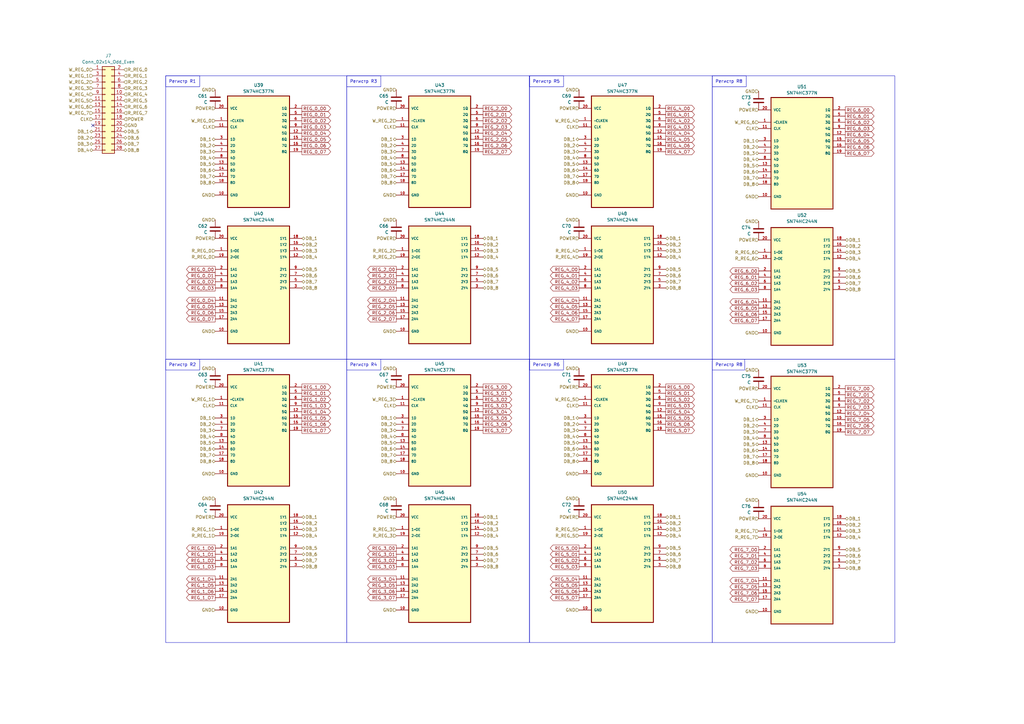
<source format=kicad_sch>
(kicad_sch (version 20230121) (generator eeschema)
  (paper "A3")
  (title_block (comment 1 "Схема электрическая принципиальная \\n Ячеек пользовательских регистров"))
  (no_connect (at 38.1 51.435))
  (rectangle (start 142.24 147.32) (end 217.17 263.525))
  (rectangle (start 67.945 31.115) (end 81.915 35.56))
  (rectangle (start 67.945 147.32) (end 81.915 151.765))
  (rectangle (start 217.17 147.32) (end 292.1 263.525))
  (rectangle (start 217.17 31.115) (end 292.1 147.32))
  (rectangle (start 292.1 31.115) (end 306.07 35.56))
  (rectangle (start 67.945 31.115) (end 142.24 147.32))
  (rectangle (start 142.24 147.32) (end 156.21 151.765))
  (rectangle (start 217.17 31.115) (end 231.14 35.56))
  (rectangle (start 292.1 147.32) (end 367.03 263.525))
  (rectangle (start 292.1 31.115) (end 367.03 147.32))
  (rectangle (start 142.24 31.115) (end 217.17 147.32))
  (rectangle (start 67.945 147.32) (end 142.24 263.525))
  (rectangle (start 292.1 147.32) (end 305.435 151.765))
  (rectangle (start 217.17 147.32) (end 231.14 151.765))
  (rectangle (start 142.24 31.115) (end 156.21 35.56))
  (text "Регистр R8\n" (at 293.37 34.29 0) (effects (font (size 1.27 1.27)) (justify left bottom)))
  (text "Регистр R1" (at 69.215 34.29 0) (effects (font (size 1.27 1.27)) (justify left bottom)))
  (text "Регистр R3" (at 143.51 34.29 0) (effects (font (size 1.27 1.27)) (justify left bottom)))
  (text "Регистр R6\n" (at 218.44 150.495 0) (effects (font (size 1.27 1.27)) (justify left bottom)))
  (text "Регистр R8" (at 293.37 150.495 0) (effects (font (size 1.27 1.27)) (justify left bottom)))
  (text "Регистр R5" (at 218.44 34.29 0) (effects (font (size 1.27 1.27)) (justify left bottom)))
  (text "Регистр R2" (at 69.215 150.495 0) (effects (font (size 1.27 1.27)) (justify left bottom)))
  (text "Регистр R4" (at 143.51 150.495 0) (effects (font (size 1.27 1.27)) (justify left bottom)))
  (global_label "REG_5_O4" (shape output) (at 273.05 168.91 0) (property "Intersheetrefs" "${INTERSHEET_REFS}" (effects hide)))
  (global_label "REG_6_O5" (shape output) (at 311.15 126.365 180) (property "Intersheetrefs" "${INTERSHEET_REFS}" (effects hide)))
  (global_label "REG_6_O4" (shape output) (at 346.71 55.245 0) (property "Intersheetrefs" "${INTERSHEET_REFS}" (effects hide)))
  (global_label "REG_6_O2" (shape output) (at 346.71 50.165 0) (property "Intersheetrefs" "${INTERSHEET_REFS}" (effects hide)))
  (global_label "REG_6_O7" (shape output) (at 346.71 62.865 0) (property "Intersheetrefs" "${INTERSHEET_REFS}" (effects hide)))
  (global_label "REG_3_O5" (shape output) (at 198.12 171.45 0) (property "Intersheetrefs" "${INTERSHEET_REFS}" (effects hide)))
  (global_label "REG_7_O2" (shape output) (at 311.15 230.505 180) (property "Intersheetrefs" "${INTERSHEET_REFS}" (effects hide)))
  (global_label "REG_3_O6" (shape output) (at 162.56 242.57 180) (property "Intersheetrefs" "${INTERSHEET_REFS}" (effects hide)))
  (global_label "REG_0_O3" (shape output) (at 123.825 52.07 0) (property "Intersheetrefs" "${INTERSHEET_REFS}" (effects hide)))
  (global_label "REG_6_O3" (shape output) (at 346.71 52.705 0) (property "Intersheetrefs" "${INTERSHEET_REFS}" (effects hide)))
  (global_label "REG_2_O1" (shape output) (at 162.56 113.03 180) (property "Intersheetrefs" "${INTERSHEET_REFS}" (effects hide)))
  (global_label "REG_4_O5" (shape output) (at 237.49 125.73 180) (property "Intersheetrefs" "${INTERSHEET_REFS}" (effects hide)))
  (global_label "REG_5_O4" (shape output) (at 237.49 237.49 180) (property "Intersheetrefs" "${INTERSHEET_REFS}" (effects hide)))
  (global_label "REG_7_O7" (shape output) (at 311.15 245.745 180) (property "Intersheetrefs" "${INTERSHEET_REFS}" (effects hide)))
  (global_label "REG_4_O0" (shape output) (at 273.05 44.45 0) (property "Intersheetrefs" "${INTERSHEET_REFS}" (effects hide)))
  (global_label "REG_1_O3" (shape output) (at 88.265 232.41 180) (property "Intersheetrefs" "${INTERSHEET_REFS}" (effects hide)))
  (global_label "REG_5_O3" (shape output) (at 273.05 166.37 0) (property "Intersheetrefs" "${INTERSHEET_REFS}" (effects hide)))
  (global_label "REG_7_O7" (shape output) (at 346.71 177.165 0) (property "Intersheetrefs" "${INTERSHEET_REFS}" (effects hide)))
  (global_label "REG_3_O0" (shape output) (at 162.56 224.79 180) (property "Intersheetrefs" "${INTERSHEET_REFS}" (effects hide)))
  (global_label "REG_0_O0" (shape output) (at 123.825 44.45 0) (property "Intersheetrefs" "${INTERSHEET_REFS}" (effects hide)))
  (global_label "REG_7_O5" (shape output) (at 346.71 172.085 0) (property "Intersheetrefs" "${INTERSHEET_REFS}" (effects hide)))
  (global_label "REG_3_O5" (shape output) (at 162.56 240.03 180) (property "Intersheetrefs" "${INTERSHEET_REFS}" (effects hide)))
  (global_label "REG_7_O3" (shape output) (at 311.15 233.045 180) (property "Intersheetrefs" "${INTERSHEET_REFS}" (effects hide)))
  (global_label "REG_5_O1" (shape output) (at 237.49 227.33 180) (property "Intersheetrefs" "${INTERSHEET_REFS}" (effects hide)))
  (global_label "REG_1_O6" (shape output) (at 123.825 173.99 0) (property "Intersheetrefs" "${INTERSHEET_REFS}" (effects hide)))
  (global_label "REG_5_O7" (shape output) (at 273.05 176.53 0) (property "Intersheetrefs" "${INTERSHEET_REFS}" (effects hide)))
  (global_label "REG_2_O1" (shape output) (at 198.12 46.99 0) (property "Intersheetrefs" "${INTERSHEET_REFS}" (effects hide)))
  (global_label "REG_6_O5" (shape output) (at 346.71 57.785 0) (property "Intersheetrefs" "${INTERSHEET_REFS}" (effects hide)))
  (global_label "REG_3_O2" (shape output) (at 162.56 229.87 180) (property "Intersheetrefs" "${INTERSHEET_REFS}" (effects hide)))
  (global_label "REG_1_O4" (shape output) (at 88.265 237.49 180) (property "Intersheetrefs" "${INTERSHEET_REFS}" (effects hide)))
  (global_label "REG_2_O3" (shape output) (at 162.56 118.11 180) (property "Intersheetrefs" "${INTERSHEET_REFS}" (effects hide)))
  (global_label "REG_4_O3" (shape output) (at 273.05 52.07 0) (property "Intersheetrefs" "${INTERSHEET_REFS}" (effects hide)))
  (global_label "REG_4_O2" (shape output) (at 273.05 49.53 0) (property "Intersheetrefs" "${INTERSHEET_REFS}" (effects hide)))
  (global_label "REG_1_O1" (shape output) (at 123.825 161.29 0) (property "Intersheetrefs" "${INTERSHEET_REFS}" (effects hide)))
  (global_label "REG_5_O3" (shape output) (at 237.49 232.41 180) (property "Intersheetrefs" "${INTERSHEET_REFS}" (effects hide)))
  (global_label "REG_4_O7" (shape output) (at 237.49 130.81 180) (property "Intersheetrefs" "${INTERSHEET_REFS}" (effects hide)))
  (global_label "REG_3_O1" (shape output) (at 198.12 161.29 0) (property "Intersheetrefs" "${INTERSHEET_REFS}" (effects hide)))
  (global_label "REG_1_O7" (shape output) (at 88.265 245.11 180) (property "Intersheetrefs" "${INTERSHEET_REFS}" (effects hide)))
  (global_label "REG_7_O6" (shape output) (at 311.15 243.205 180) (property "Intersheetrefs" "${INTERSHEET_REFS}" (effects hide)))
  (global_label "REG_3_O4" (shape output) (at 162.56 237.49 180) (property "Intersheetrefs" "${INTERSHEET_REFS}" (effects hide)))
  (global_label "REG_0_O4" (shape output) (at 123.825 54.61 0) (property "Intersheetrefs" "${INTERSHEET_REFS}" (effects hide)))
  (global_label "REG_2_O2" (shape output) (at 162.56 115.57 180) (property "Intersheetrefs" "${INTERSHEET_REFS}" (effects hide)))
  (global_label "REG_2_O5" (shape output) (at 198.12 57.15 0) (property "Intersheetrefs" "${INTERSHEET_REFS}" (effects hide)))
  (global_label "REG_4_O4" (shape output) (at 273.05 54.61 0) (property "Intersheetrefs" "${INTERSHEET_REFS}" (effects hide)))
  (global_label "REG_7_O3" (shape output) (at 346.71 167.005 0) (property "Intersheetrefs" "${INTERSHEET_REFS}" (effects hide)))
  (global_label "REG_6_O1" (shape output) (at 311.15 113.665 180) (property "Intersheetrefs" "${INTERSHEET_REFS}" (effects hide)))
  (global_label "REG_1_O0" (shape output) (at 123.825 158.75 0) (property "Intersheetrefs" "${INTERSHEET_REFS}" (effects hide)))
  (global_label "REG_7_O1" (shape output) (at 311.15 227.965 180) (property "Intersheetrefs" "${INTERSHEET_REFS}" (effects hide)))
  (global_label "REG_4_O6" (shape output) (at 237.49 128.27 180) (property "Intersheetrefs" "${INTERSHEET_REFS}" (effects hide)))
  (global_label "REG_0_O1" (shape output) (at 123.825 46.99 0) (property "Intersheetrefs" "${INTERSHEET_REFS}" (effects hide)))
  (global_label "REG_1_O2" (shape output) (at 88.265 229.87 180) (property "Intersheetrefs" "${INTERSHEET_REFS}" (effects hide)))
  (global_label "REG_3_O1" (shape output) (at 162.56 227.33 180) (property "Intersheetrefs" "${INTERSHEET_REFS}" (effects hide)))
  (global_label "REG_4_O1" (shape output) (at 237.49 113.03 180) (property "Intersheetrefs" "${INTERSHEET_REFS}" (effects hide)))
  (global_label "REG_0_O7" (shape output) (at 123.825 62.23 0) (property "Intersheetrefs" "${INTERSHEET_REFS}" (effects hide)))
  (global_label "REG_2_O4" (shape output) (at 198.12 54.61 0) (property "Intersheetrefs" "${INTERSHEET_REFS}" (effects hide)))
  (global_label "REG_2_O7" (shape output) (at 198.12 62.23 0) (property "Intersheetrefs" "${INTERSHEET_REFS}" (effects hide)))
  (global_label "REG_4_O3" (shape output) (at 237.49 118.11 180) (property "Intersheetrefs" "${INTERSHEET_REFS}" (effects hide)))
  (global_label "REG_4_O2" (shape output) (at 237.49 115.57 180) (property "Intersheetrefs" "${INTERSHEET_REFS}" (effects hide)))
  (global_label "REG_5_O6" (shape output) (at 273.05 173.99 0) (property "Intersheetrefs" "${INTERSHEET_REFS}" (effects hide)))
  (global_label "REG_7_O2" (shape output) (at 346.71 164.465 0) (property "Intersheetrefs" "${INTERSHEET_REFS}" (effects hide)))
  (global_label "REG_5_O2" (shape output) (at 273.05 163.83 0) (property "Intersheetrefs" "${INTERSHEET_REFS}" (effects hide)))
  (global_label "REG_2_O5" (shape output) (at 162.56 125.73 180) (property "Intersheetrefs" "${INTERSHEET_REFS}" (effects hide)))
  (global_label "REG_6_O7" (shape output) (at 311.15 131.445 180) (property "Intersheetrefs" "${INTERSHEET_REFS}" (effects hide)))
  (global_label "REG_7_O5" (shape output) (at 311.15 240.665 180) (property "Intersheetrefs" "${INTERSHEET_REFS}" (effects hide)))
  (global_label "REG_7_O0" (shape output) (at 311.15 225.425 180) (property "Intersheetrefs" "${INTERSHEET_REFS}" (effects hide)))
  (global_label "REG_2_O3" (shape output) (at 198.12 52.07 0) (property "Intersheetrefs" "${INTERSHEET_REFS}" (effects hide)))
  (global_label "REG_1_O5" (shape output) (at 123.825 171.45 0) (property "Intersheetrefs" "${INTERSHEET_REFS}" (effects hide)))
  (global_label "REG_5_O2" (shape output) (at 237.49 229.87 180) (property "Intersheetrefs" "${INTERSHEET_REFS}" (effects hide)))
  (global_label "REG_1_O4" (shape output) (at 123.825 168.91 0) (property "Intersheetrefs" "${INTERSHEET_REFS}" (effects hide)))
  (global_label "REG_4_O6" (shape output) (at 273.05 59.69 0) (property "Intersheetrefs" "${INTERSHEET_REFS}" (effects hide)))
  (global_label "REG_7_O4" (shape output) (at 311.15 238.125 180) (property "Intersheetrefs" "${INTERSHEET_REFS}" (effects hide)))
  (global_label "REG_7_O6" (shape output) (at 346.71 174.625 0) (property "Intersheetrefs" "${INTERSHEET_REFS}" (effects hide)))
  (global_label "REG_6_O6" (shape output) (at 311.15 128.905 180) (property "Intersheetrefs" "${INTERSHEET_REFS}" (effects hide)))
  (global_label "REG_5_O6" (shape output) (at 237.49 242.57 180) (property "Intersheetrefs" "${INTERSHEET_REFS}" (effects hide)))
  (global_label "REG_0_O1" (shape output) (at 88.265 113.03 180) (property "Intersheetrefs" "${INTERSHEET_REFS}" (effects hide)))
  (global_label "REG_1_O1" (shape output) (at 88.265 227.33 180) (property "Intersheetrefs" "${INTERSHEET_REFS}" (effects hide)))
  (global_label "REG_5_O1" (shape output) (at 273.05 161.29 0) (property "Intersheetrefs" "${INTERSHEET_REFS}" (effects hide)))
  (global_label "REG_5_O7" (shape output) (at 237.49 245.11 180) (property "Intersheetrefs" "${INTERSHEET_REFS}" (effects hide)))
  (global_label "REG_0_O5" (shape output) (at 123.825 57.15 0) (property "Intersheetrefs" "${INTERSHEET_REFS}" (effects hide)))
  (global_label "REG_0_O4" (shape output) (at 88.265 123.19 180) (property "Intersheetrefs" "${INTERSHEET_REFS}" (effects hide)))
  (global_label "REG_0_O0" (shape output) (at 88.265 110.49 180) (property "Intersheetrefs" "${INTERSHEET_REFS}" (effects hide)))
  (global_label "REG_2_O0" (shape output) (at 162.56 110.49 180) (property "Intersheetrefs" "${INTERSHEET_REFS}" (effects hide)))
  (global_label "REG_3_O6" (shape output) (at 198.12 173.99 0) (property "Intersheetrefs" "${INTERSHEET_REFS}" (effects hide)))
  (global_label "REG_0_O7" (shape output) (at 88.265 130.81 180) (property "Intersheetrefs" "${INTERSHEET_REFS}" (effects hide)))
  (global_label "REG_5_O0" (shape output) (at 237.49 224.79 180) (property "Intersheetrefs" "${INTERSHEET_REFS}" (effects hide)))
  (global_label "REG_0_O2" (shape output) (at 88.265 115.57 180) (property "Intersheetrefs" "${INTERSHEET_REFS}" (effects hide)))
  (global_label "REG_1_O0" (shape output) (at 88.265 224.79 180) (property "Intersheetrefs" "${INTERSHEET_REFS}" (effects hide)))
  (global_label "REG_4_O4" (shape output) (at 237.49 123.19 180) (property "Intersheetrefs" "${INTERSHEET_REFS}" (effects hide)))
  (global_label "REG_5_O5" (shape output) (at 237.49 240.03 180) (property "Intersheetrefs" "${INTERSHEET_REFS}" (effects hide)))
  (global_label "REG_7_O1" (shape output) (at 346.71 161.925 0) (property "Intersheetrefs" "${INTERSHEET_REFS}" (effects hide)))
  (global_label "REG_7_O0" (shape output) (at 346.71 159.385 0) (property "Intersheetrefs" "${INTERSHEET_REFS}" (effects hide)))
  (global_label "REG_0_O6" (shape output) (at 88.265 128.27 180) (property "Intersheetrefs" "${INTERSHEET_REFS}" (effects hide)))
  (global_label "REG_6_O2" (shape output) (at 311.15 116.205 180) (property "Intersheetrefs" "${INTERSHEET_REFS}" (effects hide)))
  (global_label "REG_3_O2" (shape output) (at 198.12 163.83 0) (property "Intersheetrefs" "${INTERSHEET_REFS}" (effects hide)))
  (global_label "REG_6_O4" (shape output) (at 311.15 123.825 180) (property "Intersheetrefs" "${INTERSHEET_REFS}" (effects hide)))
  (global_label "REG_6_O0" (shape output) (at 311.15 111.125 180) (property "Intersheetrefs" "${INTERSHEET_REFS}" (effects hide)))
  (global_label "REG_4_O7" (shape output) (at 273.05 62.23 0) (property "Intersheetrefs" "${INTERSHEET_REFS}" (effects hide)))
  (global_label "REG_0_O2" (shape output) (at 123.825 49.53 0) (property "Intersheetrefs" "${INTERSHEET_REFS}" (effects hide)))
  (global_label "REG_4_O1" (shape output) (at 273.05 46.99 0) (property "Intersheetrefs" "${INTERSHEET_REFS}" (effects hide)))
  (global_label "REG_1_O3" (shape output) (at 123.825 166.37 0) (property "Intersheetrefs" "${INTERSHEET_REFS}" (effects hide)))
  (global_label "REG_0_O6" (shape output) (at 123.825 59.69 0) (property "Intersheetrefs" "${INTERSHEET_REFS}" (effects hide)))
  (global_label "REG_2_O6" (shape output) (at 162.56 128.27 180) (property "Intersheetrefs" "${INTERSHEET_REFS}" (effects hide)))
  (global_label "REG_3_O4" (shape output) (at 198.12 168.91 0) (property "Intersheetrefs" "${INTERSHEET_REFS}" (effects hide)))
  (global_label "REG_2_O2" (shape output) (at 198.12 49.53 0) (property "Intersheetrefs" "${INTERSHEET_REFS}" (effects hide)))
  (global_label "REG_7_O4" (shape output) (at 346.71 169.545 0) (property "Intersheetrefs" "${INTERSHEET_REFS}" (effects hide)))
  (global_label "REG_6_O6" (shape output) (at 346.71 60.325 0) (property "Intersheetrefs" "${INTERSHEET_REFS}" (effects hide)))
  (global_label "REG_1_O5" (shape output) (at 88.265 240.03 180) (property "Intersheetrefs" "${INTERSHEET_REFS}" (effects hide)))
  (global_label "REG_0_O3" (shape output) (at 88.265 118.11 180) (property "Intersheetrefs" "${INTERSHEET_REFS}" (effects hide)))
  (global_label "REG_4_O0" (shape output) (at 237.49 110.49 180) (property "Intersheetrefs" "${INTERSHEET_REFS}" (effects hide)))
  (global_label "REG_0_O5" (shape output) (at 88.265 125.73 180) (property "Intersheetrefs" "${INTERSHEET_REFS}" (effects hide)))
  (global_label "REG_2_O0" (shape output) (at 198.12 44.45 0) (property "Intersheetrefs" "${INTERSHEET_REFS}" (effects hide)))
  (global_label "REG_2_O7" (shape output) (at 162.56 130.81 180) (property "Intersheetrefs" "${INTERSHEET_REFS}" (effects hide)))
  (global_label "REG_4_O5" (shape output) (at 273.05 57.15 0) (property "Intersheetrefs" "${INTERSHEET_REFS}" (effects hide)))
  (global_label "REG_6_O1" (shape output) (at 346.71 47.625 0) (property "Intersheetrefs" "${INTERSHEET_REFS}" (effects hide)))
  (global_label "REG_1_O6" (shape output) (at 88.265 242.57 180) (property "Intersheetrefs" "${INTERSHEET_REFS}" (effects hide)))
  (global_label "REG_5_O5" (shape output) (at 273.05 171.45 0) (property "Intersheetrefs" "${INTERSHEET_REFS}" (effects hide)))
  (global_label "REG_1_O7" (shape output) (at 123.825 176.53 0) (property "Intersheetrefs" "${INTERSHEET_REFS}" (effects hide)))
  (global_label "REG_3_O3" (shape output) (at 162.56 232.41 180) (property "Intersheetrefs" "${INTERSHEET_REFS}" (effects hide)))
  (global_label "REG_2_O4" (shape output) (at 162.56 123.19 180) (property "Intersheetrefs" "${INTERSHEET_REFS}" (effects hide)))
  (global_label "REG_6_O0" (shape output) (at 346.71 45.085 0) (property "Intersheetrefs" "${INTERSHEET_REFS}" (effects hide)))
  (global_label "REG_2_O6" (shape output) (at 198.12 59.69 0) (property "Intersheetrefs" "${INTERSHEET_REFS}" (effects hide)))
  (global_label "REG_3_O7" (shape output) (at 198.12 176.53 0) (property "Intersheetrefs" "${INTERSHEET_REFS}" (effects hide)))
  (global_label "REG_3_O0" (shape output) (at 198.12 158.75 0) (property "Intersheetrefs" "${INTERSHEET_REFS}" (effects hide)))
  (global_label "REG_6_O3" (shape output) (at 311.15 118.745 180) (property "Intersheetrefs" "${INTERSHEET_REFS}" (effects hide)))
  (global_label "REG_3_O7" (shape output) (at 162.56 245.11 180) (property "Intersheetrefs" "${INTERSHEET_REFS}" (effects hide)))
  (global_label "REG_5_O0" (shape output) (at 273.05 158.75 0) (property "Intersheetrefs" "${INTERSHEET_REFS}" (effects hide)))
  (global_label "REG_3_O3" (shape output) (at 198.12 166.37 0) (property "Intersheetrefs" "${INTERSHEET_REFS}" (effects hide)))
  (global_label "REG_1_O2" (shape output) (at 123.825 163.83 0) (property "Intersheetrefs" "${INTERSHEET_REFS}" (effects hide)))
  (hierarchical_label "W_REG_1" (shape input) (at 88.265 163.83 180))
  (hierarchical_label "DB_8" (shape bidirectional) (at 198.12 118.11 0))
  (hierarchical_label "GND" (shape input) (at 311.15 136.525 180))
  (hierarchical_label "DB_6" (shape bidirectional) (at 198.12 113.03 0))
  (hierarchical_label "GND" (shape input) (at 237.49 250.19 180))
  (hierarchical_label "POWER" (shape input) (at 50.8 48.895 0))
  (hierarchical_label "POWER" (shape input) (at 311.15 159.385 180))
  (hierarchical_label "DB_7" (shape bidirectional) (at 162.56 186.69 180))
  (hierarchical_label "DB_6" (shape bidirectional) (at 198.12 227.33 0))
  (hierarchical_label "DB_3" (shape bidirectional) (at 237.49 62.23 180))
  (hierarchical_label "POWER" (shape input) (at 237.49 97.79 180))
  (hierarchical_label "DB_3" (shape bidirectional) (at 38.1 59.055 180))
  (hierarchical_label "GND" (shape input) (at 88.265 250.19 180))
  (hierarchical_label "DB_4" (shape bidirectional) (at 198.12 105.41 0))
  (hierarchical_label "DB_6" (shape bidirectional) (at 162.56 184.15 180))
  (hierarchical_label "DB_4" (shape bidirectional) (at 162.56 64.77 180))
  (hierarchical_label "CLK" (shape input) (at 88.265 52.07 180))
  (hierarchical_label "W_REG_3" (shape input) (at 162.56 163.83 180))
  (hierarchical_label "DB_3" (shape bidirectional) (at 88.265 62.23 180))
  (hierarchical_label "GND" (shape input) (at 237.49 194.31 180))
  (hierarchical_label "GND" (shape input) (at 311.15 194.945 180))
  (hierarchical_label "W_REG_5" (shape input) (at 237.49 163.83 180))
  (hierarchical_label "DB_7" (shape bidirectional) (at 198.12 229.87 0))
  (hierarchical_label "GND" (shape input) (at 88.265 151.13 180))
  (hierarchical_label "DB_8" (shape bidirectional) (at 237.49 74.93 180))
  (hierarchical_label "DB_3" (shape bidirectional) (at 123.825 217.17 0))
  (hierarchical_label "DB_6" (shape bidirectional) (at 237.49 69.85 180))
  (hierarchical_label "DB_7" (shape bidirectional) (at 346.71 116.205 0))
  (hierarchical_label "GND" (shape input) (at 311.15 205.105 180))
  (hierarchical_label "DB_1" (shape bidirectional) (at 273.05 97.79 0))
  (hierarchical_label "CLK" (shape input) (at 237.49 52.07 180))
  (hierarchical_label "CLK" (shape input) (at 311.15 167.005 180))
  (hierarchical_label "R_REG_4" (shape input) (at 237.49 105.41 180))
  (hierarchical_label "DB_6" (shape bidirectional) (at 50.8 56.515 0))
  (hierarchical_label "GND" (shape input) (at 237.49 151.13 180))
  (hierarchical_label "DB_5" (shape bidirectional) (at 88.265 67.31 180))
  (hierarchical_label "CLK" (shape input) (at 38.1 48.895 180))
  (hierarchical_label "GND" (shape input) (at 311.15 151.765 180))
  (hierarchical_label "DB_8" (shape bidirectional) (at 237.49 189.23 180))
  (hierarchical_label "DB_3" (shape bidirectional) (at 162.56 176.53 180))
  (hierarchical_label "R_REG_1" (shape input) (at 88.265 217.17 180))
  (hierarchical_label "DB_5" (shape bidirectional) (at 311.15 182.245 180))
  (hierarchical_label "W_REG_2" (shape input) (at 38.1 33.655 180))
  (hierarchical_label "DB_2" (shape bidirectional) (at 346.71 215.265 0))
  (hierarchical_label "DB_6" (shape bidirectional) (at 88.265 69.85 180))
  (hierarchical_label "GND" (shape input) (at 237.49 80.01 180))
  (hierarchical_label "DB_6" (shape bidirectional) (at 311.15 184.785 180))
  (hierarchical_label "R_REG_2" (shape input) (at 162.56 105.41 180))
  (hierarchical_label "DB_7" (shape bidirectional) (at 346.71 230.505 0))
  (hierarchical_label "DB_1" (shape bidirectional) (at 346.71 212.725 0))
  (hierarchical_label "DB_7" (shape bidirectional) (at 123.825 229.87 0))
  (hierarchical_label "DB_4" (shape bidirectional) (at 311.15 65.405 180))
  (hierarchical_label "POWER" (shape input) (at 162.56 158.75 180))
  (hierarchical_label "DB_5" (shape bidirectional) (at 162.56 67.31 180))
  (hierarchical_label "DB_2" (shape bidirectional) (at 162.56 173.99 180))
  (hierarchical_label "DB_3" (shape bidirectional) (at 162.56 62.23 180))
  (hierarchical_label "DB_1" (shape bidirectional) (at 162.56 171.45 180))
  (hierarchical_label "DB_2" (shape bidirectional) (at 88.265 173.99 180))
  (hierarchical_label "DB_6" (shape bidirectional) (at 311.15 70.485 180))
  (hierarchical_label "DB_5" (shape bidirectional) (at 123.825 110.49 0))
  (hierarchical_label "DB_1" (shape bidirectional) (at 123.825 212.09 0))
  (hierarchical_label "DB_6" (shape bidirectional) (at 162.56 69.85 180))
  (hierarchical_label "W_REG_5" (shape input) (at 38.1 41.275 180))
  (hierarchical_label "GND" (shape input) (at 162.56 90.17 180))
  (hierarchical_label "DB_1" (shape bidirectional) (at 38.1 53.975 180))
  (hierarchical_label "DB_4" (shape bidirectional) (at 198.12 219.71 0))
  (hierarchical_label "DB_8" (shape bidirectional) (at 273.05 232.41 0))
  (hierarchical_label "DB_5" (shape bidirectional) (at 346.71 111.125 0))
  (hierarchical_label "R_REG_6" (shape input) (at 50.8 43.815 0))
  (hierarchical_label "DB_1" (shape bidirectional) (at 88.265 171.45 180))
  (hierarchical_label "R_REG_6" (shape input) (at 311.15 106.045 180))
  (hierarchical_label "DB_6" (shape bidirectional) (at 237.49 184.15 180))
  (hierarchical_label "R_REG_4" (shape input) (at 50.8 38.735 0))
  (hierarchical_label "DB_7" (shape bidirectional) (at 198.12 115.57 0))
  (hierarchical_label "DB_1" (shape bidirectional) (at 311.15 172.085 180))
  (hierarchical_label "DB_3" (shape bidirectional) (at 123.825 102.87 0))
  (hierarchical_label "DB_4" (shape bidirectional) (at 123.825 105.41 0))
  (hierarchical_label "DB_6" (shape bidirectional) (at 273.05 113.03 0))
  (hierarchical_label "DB_7" (shape bidirectional) (at 88.265 186.69 180))
  (hierarchical_label "DB_5" (shape bidirectional) (at 123.825 224.79 0))
  (hierarchical_label "W_REG_4" (shape input) (at 38.1 38.735 180))
  (hierarchical_label "GND" (shape input) (at 311.15 90.805 180))
  (hierarchical_label "DB_2" (shape bidirectional) (at 198.12 100.33 0))
  (hierarchical_label "GND" (shape input) (at 237.49 135.89 180))
  (hierarchical_label "W_REG_6" (shape input) (at 311.15 50.165 180))
  (hierarchical_label "DB_3" (shape bidirectional) (at 237.49 176.53 180))
  (hierarchical_label "DB_4" (shape bidirectional) (at 123.825 219.71 0))
  (hierarchical_label "DB_1" (shape bidirectional) (at 198.12 212.09 0))
  (hierarchical_label "DB_5" (shape bidirectional) (at 346.71 225.425 0))
  (hierarchical_label "DB_2" (shape bidirectional) (at 123.825 100.33 0))
  (hierarchical_label "DB_7" (shape bidirectional) (at 237.49 186.69 180))
  (hierarchical_label "DB_4" (shape bidirectional) (at 237.49 64.77 180))
  (hierarchical_label "DB_5" (shape bidirectional) (at 162.56 181.61 180))
  (hierarchical_label "W_REG_7" (shape input) (at 311.15 164.465 180))
  (hierarchical_label "DB_4" (shape bidirectional) (at 346.71 220.345 0))
  (hierarchical_label "W_REG_4" (shape input) (at 237.49 49.53 180))
  (hierarchical_label "DB_4" (shape bidirectional) (at 346.71 106.045 0))
  (hierarchical_label "DB_1" (shape bidirectional) (at 346.71 98.425 0))
  (hierarchical_label "GND" (shape input) (at 311.15 250.825 180))
  (hierarchical_label "POWER" (shape input) (at 88.265 97.79 180))
  (hierarchical_label "DB_3" (shape bidirectional) (at 198.12 217.17 0))
  (hierarchical_label "POWER" (shape input) (at 311.15 212.725 180))
  (hierarchical_label "DB_2" (shape bidirectional) (at 198.12 214.63 0))
  (hierarchical_label "DB_2" (shape bidirectional) (at 38.1 56.515 180))
  (hierarchical_label "GND" (shape input) (at 162.56 194.31 180))
  (hierarchical_label "DB_3" (shape bidirectional) (at 88.265 176.53 180))
  (hierarchical_label "DB_6" (shape bidirectional) (at 123.825 227.33 0))
  (hierarchical_label "DB_3" (shape bidirectional) (at 311.15 177.165 180))
  (hierarchical_label "DB_3" (shape bidirectional) (at 273.05 102.87 0))
  (hierarchical_label "R_REG_3" (shape input) (at 50.8 36.195 0))
  (hierarchical_label "DB_8" (shape bidirectional) (at 346.71 233.045 0))
  (hierarchical_label "DB_4" (shape bidirectional) (at 273.05 105.41 0))
  (hierarchical_label "DB_1" (shape bidirectional) (at 237.49 171.45 180))
  (hierarchical_label "DB_4" (shape bidirectional) (at 88.265 64.77 180))
  (hierarchical_label "DB_5" (shape bidirectional) (at 237.49 181.61 180))
  (hierarchical_label "DB_8" (shape bidirectional) (at 88.265 189.23 180))
  (hierarchical_label "POWER" (shape input) (at 311.15 45.085 180))
  (hierarchical_label "GND" (shape input) (at 237.49 36.83 180))
  (hierarchical_label "DB_5" (shape bidirectional) (at 273.05 224.79 0))
  (hierarchical_label "DB_3" (shape bidirectional) (at 311.15 62.865 180))
  (hierarchical_label "R_REG_5" (shape input) (at 237.49 219.71 180))
  (hierarchical_label "POWER" (shape input) (at 237.49 212.09 180))
  (hierarchical_label "GND" (shape input) (at 88.265 194.31 180))
  (hierarchical_label "R_REG_7" (shape input) (at 50.8 46.355 0))
  (hierarchical_label "DB_8" (shape bidirectional) (at 88.265 74.93 180))
  (hierarchical_label "DB_5" (shape bidirectional) (at 273.05 110.49 0))
  (hierarchical_label "R_REG_1" (shape input) (at 88.265 219.71 180))
  (hierarchical_label "R_REG_3" (shape input) (at 162.56 219.71 180))
  (hierarchical_label "GND" (shape input) (at 88.265 36.83 180))
  (hierarchical_label "DB_4" (shape bidirectional) (at 88.265 179.07 180))
  (hierarchical_label "R_REG_3" (shape input) (at 162.56 217.17 180))
  (hierarchical_label "POWER" (shape input) (at 88.265 158.75 180))
  (hierarchical_label "POWER" (shape input) (at 311.15 98.425 180))
  (hierarchical_label "GND" (shape input) (at 50.8 51.435 0))
  (hierarchical_label "W_REG_1" (shape input) (at 38.1 31.115 180))
  (hierarchical_label "R_REG_5" (shape input) (at 237.49 217.17 180))
  (hierarchical_label "DB_8" (shape bidirectional) (at 311.15 189.865 180))
  (hierarchical_label "DB_3" (shape bidirectional) (at 273.05 217.17 0))
  (hierarchical_label "CLK" (shape input) (at 88.265 166.37 180))
  (hierarchical_label "POWER" (shape input) (at 88.265 44.45 180))
  (hierarchical_label "DB_2" (shape bidirectional) (at 273.05 214.63 0))
  (hierarchical_label "R_REG_0" (shape input) (at 88.265 105.41 180))
  (hierarchical_label "DB_2" (shape bidirectional) (at 311.15 60.325 180))
  (hierarchical_label "R_REG_7" (shape input) (at 311.15 217.805 180))
  (hierarchical_label "DB_2" (shape bidirectional) (at 273.05 100.33 0))
  (hierarchical_label "R_REG_2" (shape input) (at 50.8 33.655 0))
  (hierarchical_label "DB_5" (shape bidirectional) (at 50.8 53.975 0))
  (hierarchical_label "DB_2" (shape bidirectional) (at 237.49 173.99 180))
  (hierarchical_label "DB_8" (shape bidirectional) (at 50.8 61.595 0))
  (hierarchical_label "DB_1" (shape bidirectional) (at 237.49 57.15 180))
  (hierarchical_label "GND" (shape input) (at 162.56 135.89 180))
  (hierarchical_label "GND" (shape input) (at 162.56 204.47 180))
  (hierarchical_label "DB_8" (shape bidirectional) (at 162.56 74.93 180))
  (hierarchical_label "W_REG_3" (shape input) (at 38.1 36.195 180))
  (hierarchical_label "DB_3" (shape bidirectional) (at 346.71 217.805 0))
  (hierarchical_label "CLK" (shape input) (at 237.49 166.37 180))
  (hierarchical_label "GND" (shape input) (at 162.56 151.13 180))
  (hierarchical_label "DB_8" (shape bidirectional) (at 311.15 75.565 180))
  (hierarchical_label "DB_8" (shape bidirectional) (at 346.71 118.745 0))
  (hierarchical_label "DB_6" (shape bidirectional) (at 88.265 184.15 180))
  (hierarchical_label "W_REG_2" (shape input) (at 162.56 49.53 180))
  (hierarchical_label "POWER" (shape input) (at 162.56 97.79 180))
  (hierarchical_label "CLK" (shape input) (at 162.56 166.37 180))
  (hierarchical_label "GND" (shape input) (at 88.265 204.47 180))
  (hierarchical_label "W_REG_0" (shape input) (at 88.265 49.53 180))
  (hierarchical_label "W_REG_6" (shape input) (at 38.1 43.815 180))
  (hierarchical_label "R_REG_0" (shape input) (at 50.8 28.575 0))
  (hierarchical_label "DB_1" (shape bidirectional) (at 311.15 57.785 180))
  (hierarchical_label "R_REG_5" (shape input) (at 50.8 41.275 0))
  (hierarchical_label "DB_7" (shape bidirectional) (at 273.05 115.57 0))
  (hierarchical_label "DB_1" (shape bidirectional) (at 273.05 212.09 0))
  (hierarchical_label "GND" (shape input) (at 311.15 37.465 180))
  (hierarchical_label "DB_2" (shape bidirectional) (at 346.71 100.965 0))
  (hierarchical_label "POWER" (shape input) (at 162.56 44.45 180))
  (hierarchical_label "CLK" (shape input) (at 162.56 52.07 180))
  (hierarchical_label "DB_3" (shape bidirectional) (at 346.71 103.505 0))
  (hierarchical_label "GND" (shape input) (at 88.265 80.01 180))
  (hierarchical_label "GND" (shape input) (at 311.15 80.645 180))
  (hierarchical_label "DB_3" (shape bidirectional) (at 198.12 102.87 0))
  (hierarchical_label "DB_4" (shape bidirectional) (at 273.05 219.71 0))
  (hierarchical_label "DB_8" (shape bidirectional) (at 123.825 232.41 0))
  (hierarchical_label "DB_5" (shape bidirectional) (at 311.15 67.945 180))
  (hierarchical_label "POWER" (shape input) (at 237.49 158.75 180))
  (hierarchical_label "DB_2" (shape bidirectional) (at 123.825 214.63 0))
  (hierarchical_label "GND" (shape input) (at 162.56 36.83 180))
  (hierarchical_label "DB_1" (shape bidirectional) (at 88.265 57.15 180))
  (hierarchical_label "DB_7" (shape bidirectional) (at 50.8 59.055 0))
  (hierarchical_label "DB_4" (shape bidirectional) (at 237.49 179.07 180))
  (hierarchical_label "R_REG_7" (shape input) (at 311.15 220.345 180))
  (hierarchical_label "DB_4" (shape bidirectional) (at 38.1 61.595 180))
  (hierarchical_label "DB_6" (shape bidirectional) (at 273.05 227.33 0))
  (hierarchical_label "DB_4" (shape bidirectional) (at 311.15 179.705 180))
  (hierarchical_label "DB_2" (shape bidirectional) (at 88.265 59.69 180))
  (hierarchical_label "GND" (shape input) (at 88.265 135.89 180))
  (hierarchical_label "GND" (shape input) (at 162.56 250.19 180))
  (hierarchical_label "DB_4" (shape bidirectional) (at 162.56 179.07 180))
  (hierarchical_label "GND" (shape input) (at 88.265 90.17 180))
  (hierarchical_label "DB_7" (shape bidirectional) (at 88.265 72.39 180))
  (hierarchical_label "DB_7" (shape bidirectional) (at 237.49 72.39 180))
  (hierarchical_label "DB_7" (shape bidirectional) (at 123.825 115.57 0))
  (hierarchical_label "DB_5" (shape bidirectional) (at 198.12 224.79 0))
  (hierarchical_label "POWER" (shape input) (at 237.49 44.45 180))
  (hierarchical_label "DB_2" (shape bidirectional) (at 162.56 59.69 180))
  (hierarchical_label "R_REG_0" (shape input) (at 88.265 102.87 180))
  (hierarchical_label "DB_7" (shape bidirectional) (at 311.15 73.025 180))
  (hierarchical_label "DB_6" (shape bidirectional) (at 346.71 227.965 0))
  (hierarchical_label "W_REG_0" (shape input) (at 38.1 28.575 180))
  (hierarchical_label "GND" (shape input) (at 162.56 80.01 180))
  (hierarchical_label "DB_1" (shape bidirectional) (at 162.56 57.15 180))
  (hierarchical_label "DB_6" (shape bidirectional) (at 123.825 113.03 0))
  (hierarchical_label "W_REG_7" (shape input) (at 38.1 46.355 180))
  (hierarchical_label "DB_5" (shape bidirectional) (at 198.12 110.49 0))
  (hierarchical_label "DB_5" (shape bidirectional) (at 88.265 181.61 180))
  (hierarchical_label "DB_6" (shape bidirectional) (at 346.71 113.665 0))
  (hierarchical_label "DB_2" (shape bidirectional) (at 237.49 59.69 180))
  (hierarchical_label "DB_7" (shape bidirectional) (at 311.15 187.325 180))
  (hierarchical_label "R_REG_4" (shape input) (at 237.49 102.87 180))
  (hierarchical_label "POWER" (shape input) (at 88.265 212.09 180))
  (hierarchical_label "CLK" (shape input) (at 311.15 52.705 180))
  (hierarchical_label "DB_7" (shape bidirectional) (at 162.56 72.39 180))
  (hierarchical_label "R_REG_1" (shape input) (at 50.8 31.115 0))
  (hierarchical_label "DB_5" (shape bidirectional) (at 237.49 67.31 180))
  (hierarchical_label "DB_1" (shape bidirectional) (at 198.12 97.79 0))
  (hierarchical_label "R_REG_2" (shape input) (at 162.56 102.87 180))
  (hierarchical_label "DB_2" (shape bidirectional) (at 311.15 174.625 180))
  (hierarchical_label "DB_7" (shape bidirectional) (at 273.05 229.87 0))
  (hierarchical_label "DB_8" (shape bidirectional) (at 273.05 118.11 0))
  (hierarchical_label "DB_1" (shape bidirectional) (at 123.825 97.79 0))
  (hierarchical_label "GND" (shape input) (at 237.49 204.47 180))
  (hierarchical_label "POWER" (shape input) (at 162.56 212.09 180))
  (hierarchical_label "GND" (shape input) (at 237.49 90.17 180))
  (hierarchical_label "DB_8" (shape bidirectional) (at 162.56 189.23 180))
  (hierarchical_label "R_REG_6" (shape input) (at 311.15 103.505 180))
  (hierarchical_label "DB_8" (shape bidirectional) (at 123.825 118.11 0))
  (hierarchical_label "DB_8" (shape bidirectional) (at 198.12 232.41 0))
  (symbol (lib_id "SN74HC244N:SN74HC244N") (at 328.93 113.665 0) (unit 1)
    (property "Reference" "U52" (at 328.93 88.265 0))
    (property "Value" "SN74HC244N" (at 328.93 90.805 0))
    (property "Footprint" "SN74HC244N:DIP254P762X508-20" (effects hide))
    (property "MF" "Texas Instruments" (effects hide))
    (property "Description" "\n8-ch, 2-V to 6-V buffers with 3-state outputs\n" (effects hide))
    (property "PACKAGE" "PDIP-20" (effects hide))
    (property "MPN" "SN74HC244N" (effects hide))
    (property "Price" "None" (effects hide))
    (property "Package" "PDIP-20 Texas Instruments" (effects hide))
    (property "OC_FARNELL" "9591281" (effects hide))
    (property "SnapEDA_Link" "https://www.snapeda.com/parts/SN74HC244N/Texas+Instruments/view-part/?ref=snap" (effects hide))
    (property "MP" "SN74HC244N" (effects hide))
    (property "Purchase-URL" "https://www.snapeda.com/api/url_track_click_mouser/?unipart_id=108952&manufacturer=Texas Instruments&part_name=SN74HC244N&search_term=sn74hc244" (effects hide))
    (property "SUPPLIER" "Texas Instruments" (effects hide))
    (property "OC_NEWARK" "60K6831" (effects hide))
    (property "Availability" "In Stock" (effects hide))
    (property "Check_prices" "https://www.snapeda.com/parts/SN74HC244N/Texas+Instruments/view-part/?ref=eda" (effects hide))
  )
  (symbol (lib_id "Device:C") (at 88.265 154.94 0) (mirror y) (unit 1)
    (property "Reference" "C63" (at 85.09 153.67 0) (effects (justify left)))
    (property "Value" "C" (at 85.09 156.21 0) (effects (justify left)))
  )
  (symbol (lib_id "SN74HC377N:SN74HC377N") (at 255.27 173.99 0) (unit 1)
    (property "Reference" "U49" (at 255.27 149.225 0))
    (property "Value" "SN74HC377N" (at 255.27 151.765 0))
    (property "Footprint" "SN74HC377N:DIP254P762X508-20" (effects hide))
    (property "MF" "Texas Instruments" (effects hide))
    (property "Description" "\nOctal D-Type Flip-Flops With Clock Enable\n" (effects hide))
    (property "PACKAGE" "PDIP-20" (effects hide))
    (property "MPN" "SN74HC377N" (effects hide))
    (property "Price" "None" (effects hide))
    (property "Package" "PDIP-20 Texas Instruments" (effects hide))
    (property "OC_FARNELL" "1287551" (effects hide))
    (property "SnapEDA_Link" "https://www.snapeda.com/parts/SN74HC377N/Texas+Instruments/view-part/?ref=snap" (effects hide))
    (property "MP" "SN74HC377N" (effects hide))
    (property "Purchase-URL" "https://www.snapeda.com/api/url_track_click_mouser/?unipart_id=500370&manufacturer=Texas Instruments&part_name=SN74HC377N&search_term=sn74hc377" (effects hide))
    (property "SUPPLIER" "Texas Instruments" (effects hide))
    (property "OC_NEWARK" "08F6514" (effects hide))
    (property "Availability" "In Stock" (effects hide))
    (property "Check_prices" "https://www.snapeda.com/parts/SN74HC377N/Texas+Instruments/view-part/?ref=eda" (effects hide))
  )
  (symbol (lib_id "Device:C") (at 311.15 94.615 0) (mirror y) (unit 1)
    (property "Reference" "C74" (at 307.975 93.345 0) (effects (justify left)))
    (property "Value" "C" (at 307.975 95.885 0) (effects (justify left)))
  )
  (symbol (lib_id "SN74HC244N:SN74HC244N") (at 106.045 227.33 0) (unit 1)
    (property "Reference" "U42" (at 106.045 201.93 0))
    (property "Value" "SN74HC244N" (at 106.045 204.47 0))
    (property "Footprint" "SN74HC244N:DIP254P762X508-20" (effects hide))
    (property "MF" "Texas Instruments" (effects hide))
    (property "Description" "\n8-ch, 2-V to 6-V buffers with 3-state outputs\n" (effects hide))
    (property "PACKAGE" "PDIP-20" (effects hide))
    (property "MPN" "SN74HC244N" (effects hide))
    (property "Price" "None" (effects hide))
    (property "Package" "PDIP-20 Texas Instruments" (effects hide))
    (property "OC_FARNELL" "9591281" (effects hide))
    (property "SnapEDA_Link" "https://www.snapeda.com/parts/SN74HC244N/Texas+Instruments/view-part/?ref=snap" (effects hide))
    (property "MP" "SN74HC244N" (effects hide))
    (property "Purchase-URL" "https://www.snapeda.com/api/url_track_click_mouser/?unipart_id=108952&manufacturer=Texas Instruments&part_name=SN74HC244N&search_term=sn74hc244" (effects hide))
    (property "SUPPLIER" "Texas Instruments" (effects hide))
    (property "OC_NEWARK" "60K6831" (effects hide))
    (property "Availability" "In Stock" (effects hide))
    (property "Check_prices" "https://www.snapeda.com/parts/SN74HC244N/Texas+Instruments/view-part/?ref=eda" (effects hide))
  )
  (symbol (lib_id "SN74HC244N:SN74HC244N") (at 180.34 227.33 0) (unit 1)
    (property "Reference" "U46" (at 180.34 201.93 0))
    (property "Value" "SN74HC244N" (at 180.34 204.47 0))
    (property "Footprint" "SN74HC244N:DIP254P762X508-20" (effects hide))
    (property "MF" "Texas Instruments" (effects hide))
    (property "Description" "\n8-ch, 2-V to 6-V buffers with 3-state outputs\n" (effects hide))
    (property "PACKAGE" "PDIP-20" (effects hide))
    (property "MPN" "SN74HC244N" (effects hide))
    (property "Price" "None" (effects hide))
    (property "Package" "PDIP-20 Texas Instruments" (effects hide))
    (property "OC_FARNELL" "9591281" (effects hide))
    (property "SnapEDA_Link" "https://www.snapeda.com/parts/SN74HC244N/Texas+Instruments/view-part/?ref=snap" (effects hide))
    (property "MP" "SN74HC244N" (effects hide))
    (property "Purchase-URL" "https://www.snapeda.com/api/url_track_click_mouser/?unipart_id=108952&manufacturer=Texas Instruments&part_name=SN74HC244N&search_term=sn74hc244" (effects hide))
    (property "SUPPLIER" "Texas Instruments" (effects hide))
    (property "OC_NEWARK" "60K6831" (effects hide))
    (property "Availability" "In Stock" (effects hide))
    (property "Check_prices" "https://www.snapeda.com/parts/SN74HC244N/Texas+Instruments/view-part/?ref=eda" (effects hide))
  )
  (symbol (lib_id "SN74HC377N:SN74HC377N") (at 106.045 173.99 0) (unit 1)
    (property "Reference" "U41" (at 106.045 149.225 0))
    (property "Value" "SN74HC377N" (at 106.045 151.765 0))
    (property "Footprint" "SN74HC377N:DIP254P762X508-20" (effects hide))
    (property "MF" "Texas Instruments" (effects hide))
    (property "Description" "\nOctal D-Type Flip-Flops With Clock Enable\n" (effects hide))
    (property "PACKAGE" "PDIP-20" (effects hide))
    (property "MPN" "SN74HC377N" (effects hide))
    (property "Price" "None" (effects hide))
    (property "Package" "PDIP-20 Texas Instruments" (effects hide))
    (property "OC_FARNELL" "1287551" (effects hide))
    (property "SnapEDA_Link" "https://www.snapeda.com/parts/SN74HC377N/Texas+Instruments/view-part/?ref=snap" (effects hide))
    (property "MP" "SN74HC377N" (effects hide))
    (property "Purchase-URL" "https://www.snapeda.com/api/url_track_click_mouser/?unipart_id=500370&manufacturer=Texas Instruments&part_name=SN74HC377N&search_term=sn74hc377" (effects hide))
    (property "SUPPLIER" "Texas Instruments" (effects hide))
    (property "OC_NEWARK" "08F6514" (effects hide))
    (property "Availability" "In Stock" (effects hide))
    (property "Check_prices" "https://www.snapeda.com/parts/SN74HC377N/Texas+Instruments/view-part/?ref=eda" (effects hide))
  )
  (symbol (lib_id "Device:C") (at 237.49 154.94 0) (mirror y) (unit 1)
    (property "Reference" "C71" (at 234.315 153.67 0) (effects (justify left)))
    (property "Value" "C" (at 234.315 156.21 0) (effects (justify left)))
  )
  (symbol (lib_id "Device:C") (at 311.15 155.575 0) (mirror y) (unit 1)
    (property "Reference" "C75" (at 307.975 154.305 0) (effects (justify left)))
    (property "Value" "C" (at 307.975 156.845 0) (effects (justify left)))
  )
  (symbol (lib_id "SN74HC244N:SN74HC244N") (at 180.34 113.03 0) (unit 1)
    (property "Reference" "U44" (at 180.34 87.63 0))
    (property "Value" "SN74HC244N" (at 180.34 90.17 0))
    (property "Footprint" "SN74HC244N:DIP254P762X508-20" (effects hide))
    (property "MF" "Texas Instruments" (effects hide))
    (property "Description" "\n8-ch, 2-V to 6-V buffers with 3-state outputs\n" (effects hide))
    (property "PACKAGE" "PDIP-20" (effects hide))
    (property "MPN" "SN74HC244N" (effects hide))
    (property "Price" "None" (effects hide))
    (property "Package" "PDIP-20 Texas Instruments" (effects hide))
    (property "OC_FARNELL" "9591281" (effects hide))
    (property "SnapEDA_Link" "https://www.snapeda.com/parts/SN74HC244N/Texas+Instruments/view-part/?ref=snap" (effects hide))
    (property "MP" "SN74HC244N" (effects hide))
    (property "Purchase-URL" "https://www.snapeda.com/api/url_track_click_mouser/?unipart_id=108952&manufacturer=Texas Instruments&part_name=SN74HC244N&search_term=sn74hc244" (effects hide))
    (property "SUPPLIER" "Texas Instruments" (effects hide))
    (property "OC_NEWARK" "60K6831" (effects hide))
    (property "Availability" "In Stock" (effects hide))
    (property "Check_prices" "https://www.snapeda.com/parts/SN74HC244N/Texas+Instruments/view-part/?ref=eda" (effects hide))
  )
  (symbol (lib_id "Connector_Generic:Conn_02x14_Odd_Even") (at 43.18 43.815 0) (unit 1)
    (property "Reference" "J7" (at 44.45 22.86 0))
    (property "Value" "Conn_02x14_Odd_Even" (at 44.45 25.4 0))
  )
  (symbol (lib_id "SN74HC377N:SN74HC377N") (at 180.34 59.69 0) (unit 1)
    (property "Reference" "U43" (at 180.34 34.925 0))
    (property "Value" "SN74HC377N" (at 180.34 37.465 0))
    (property "Footprint" "SN74HC377N:DIP254P762X508-20" (effects hide))
    (property "MF" "Texas Instruments" (effects hide))
    (property "Description" "\nOctal D-Type Flip-Flops With Clock Enable\n" (effects hide))
    (property "PACKAGE" "PDIP-20" (effects hide))
    (property "MPN" "SN74HC377N" (effects hide))
    (property "Price" "None" (effects hide))
    (property "Package" "PDIP-20 Texas Instruments" (effects hide))
    (property "OC_FARNELL" "1287551" (effects hide))
    (property "SnapEDA_Link" "https://www.snapeda.com/parts/SN74HC377N/Texas+Instruments/view-part/?ref=snap" (effects hide))
    (property "MP" "SN74HC377N" (effects hide))
    (property "Purchase-URL" "https://www.snapeda.com/api/url_track_click_mouser/?unipart_id=500370&manufacturer=Texas Instruments&part_name=SN74HC377N&search_term=sn74hc377" (effects hide))
    (property "SUPPLIER" "Texas Instruments" (effects hide))
    (property "OC_NEWARK" "08F6514" (effects hide))
    (property "Availability" "In Stock" (effects hide))
    (property "Check_prices" "https://www.snapeda.com/parts/SN74HC377N/Texas+Instruments/view-part/?ref=eda" (effects hide))
  )
  (symbol (lib_id "SN74HC244N:SN74HC244N") (at 255.27 113.03 0) (unit 1)
    (property "Reference" "U48" (at 255.27 87.63 0))
    (property "Value" "SN74HC244N" (at 255.27 90.17 0))
    (property "Footprint" "SN74HC244N:DIP254P762X508-20" (effects hide))
    (property "MF" "Texas Instruments" (effects hide))
    (property "Description" "\n8-ch, 2-V to 6-V buffers with 3-state outputs\n" (effects hide))
    (property "PACKAGE" "PDIP-20" (effects hide))
    (property "MPN" "SN74HC244N" (effects hide))
    (property "Price" "None" (effects hide))
    (property "Package" "PDIP-20 Texas Instruments" (effects hide))
    (property "OC_FARNELL" "9591281" (effects hide))
    (property "SnapEDA_Link" "https://www.snapeda.com/parts/SN74HC244N/Texas+Instruments/view-part/?ref=snap" (effects hide))
    (property "MP" "SN74HC244N" (effects hide))
    (property "Purchase-URL" "https://www.snapeda.com/api/url_track_click_mouser/?unipart_id=108952&manufacturer=Texas Instruments&part_name=SN74HC244N&search_term=sn74hc244" (effects hide))
    (property "SUPPLIER" "Texas Instruments" (effects hide))
    (property "OC_NEWARK" "60K6831" (effects hide))
    (property "Availability" "In Stock" (effects hide))
    (property "Check_prices" "https://www.snapeda.com/parts/SN74HC244N/Texas+Instruments/view-part/?ref=eda" (effects hide))
  )
  (symbol (lib_id "Device:C") (at 88.265 208.28 0) (mirror y) (unit 1)
    (property "Reference" "C64" (at 85.09 207.01 0) (effects (justify left)))
    (property "Value" "C" (at 85.09 209.55 0) (effects (justify left)))
  )
  (symbol (lib_id "Device:C") (at 237.49 208.28 0) (mirror y) (unit 1)
    (property "Reference" "C72" (at 234.315 207.01 0) (effects (justify left)))
    (property "Value" "C" (at 234.315 209.55 0) (effects (justify left)))
  )
  (symbol (lib_id "Device:C") (at 311.15 208.915 0) (mirror y) (unit 1)
    (property "Reference" "C76" (at 307.975 207.645 0) (effects (justify left)))
    (property "Value" "C" (at 307.975 210.185 0) (effects (justify left)))
  )
  (symbol (lib_id "SN74HC377N:SN74HC377N") (at 180.34 173.99 0) (unit 1)
    (property "Reference" "U45" (at 180.34 149.225 0))
    (property "Value" "SN74HC377N" (at 180.34 151.765 0))
    (property "Footprint" "SN74HC377N:DIP254P762X508-20" (effects hide))
    (property "MF" "Texas Instruments" (effects hide))
    (property "Description" "\nOctal D-Type Flip-Flops With Clock Enable\n" (effects hide))
    (property "PACKAGE" "PDIP-20" (effects hide))
    (property "MPN" "SN74HC377N" (effects hide))
    (property "Price" "None" (effects hide))
    (property "Package" "PDIP-20 Texas Instruments" (effects hide))
    (property "OC_FARNELL" "1287551" (effects hide))
    (property "SnapEDA_Link" "https://www.snapeda.com/parts/SN74HC377N/Texas+Instruments/view-part/?ref=snap" (effects hide))
    (property "MP" "SN74HC377N" (effects hide))
    (property "Purchase-URL" "https://www.snapeda.com/api/url_track_click_mouser/?unipart_id=500370&manufacturer=Texas Instruments&part_name=SN74HC377N&search_term=sn74hc377" (effects hide))
    (property "SUPPLIER" "Texas Instruments" (effects hide))
    (property "OC_NEWARK" "08F6514" (effects hide))
    (property "Availability" "In Stock" (effects hide))
    (property "Check_prices" "https://www.snapeda.com/parts/SN74HC377N/Texas+Instruments/view-part/?ref=eda" (effects hide))
  )
  (symbol (lib_id "Device:C") (at 162.56 93.98 0) (mirror y) (unit 1)
    (property "Reference" "C66" (at 159.385 92.71 0) (effects (justify left)))
    (property "Value" "C" (at 159.385 95.25 0) (effects (justify left)))
  )
  (symbol (lib_id "Device:C") (at 162.56 208.28 0) (mirror y) (unit 1)
    (property "Reference" "C68" (at 159.385 207.01 0) (effects (justify left)))
    (property "Value" "C" (at 159.385 209.55 0) (effects (justify left)))
  )
  (symbol (lib_id "Device:C") (at 237.49 93.98 0) (mirror y) (unit 1)
    (property "Reference" "C70" (at 234.315 92.71 0) (effects (justify left)))
    (property "Value" "C" (at 234.315 95.25 0) (effects (justify left)))
  )
  (symbol (lib_id "Device:C") (at 237.49 40.64 0) (mirror y) (unit 1)
    (property "Reference" "C69" (at 234.315 39.37 0) (effects (justify left)))
    (property "Value" "C" (at 234.315 41.91 0) (effects (justify left)))
  )
  (symbol (lib_id "SN74HC244N:SN74HC244N") (at 255.27 227.33 0) (unit 1)
    (property "Reference" "U50" (at 255.27 201.93 0))
    (property "Value" "SN74HC244N" (at 255.27 204.47 0))
    (property "Footprint" "SN74HC244N:DIP254P762X508-20" (effects hide))
    (property "MF" "Texas Instruments" (effects hide))
    (property "Description" "\n8-ch, 2-V to 6-V buffers with 3-state outputs\n" (effects hide))
    (property "PACKAGE" "PDIP-20" (effects hide))
    (property "MPN" "SN74HC244N" (effects hide))
    (property "Price" "None" (effects hide))
    (property "Package" "PDIP-20 Texas Instruments" (effects hide))
    (property "OC_FARNELL" "9591281" (effects hide))
    (property "SnapEDA_Link" "https://www.snapeda.com/parts/SN74HC244N/Texas+Instruments/view-part/?ref=snap" (effects hide))
    (property "MP" "SN74HC244N" (effects hide))
    (property "Purchase-URL" "https://www.snapeda.com/api/url_track_click_mouser/?unipart_id=108952&manufacturer=Texas Instruments&part_name=SN74HC244N&search_term=sn74hc244" (effects hide))
    (property "SUPPLIER" "Texas Instruments" (effects hide))
    (property "OC_NEWARK" "60K6831" (effects hide))
    (property "Availability" "In Stock" (effects hide))
    (property "Check_prices" "https://www.snapeda.com/parts/SN74HC244N/Texas+Instruments/view-part/?ref=eda" (effects hide))
  )
  (symbol (lib_id "SN74HC377N:SN74HC377N") (at 328.93 174.625 0) (unit 1)
    (property "Reference" "U53" (at 328.93 149.86 0))
    (property "Value" "SN74HC377N" (at 328.93 152.4 0))
    (property "Footprint" "SN74HC377N:DIP254P762X508-20" (effects hide))
    (property "MF" "Texas Instruments" (effects hide))
    (property "Description" "\nOctal D-Type Flip-Flops With Clock Enable\n" (effects hide))
    (property "PACKAGE" "PDIP-20" (effects hide))
    (property "MPN" "SN74HC377N" (effects hide))
    (property "Price" "None" (effects hide))
    (property "Package" "PDIP-20 Texas Instruments" (effects hide))
    (property "OC_FARNELL" "1287551" (effects hide))
    (property "SnapEDA_Link" "https://www.snapeda.com/parts/SN74HC377N/Texas+Instruments/view-part/?ref=snap" (effects hide))
    (property "MP" "SN74HC377N" (effects hide))
    (property "Purchase-URL" "https://www.snapeda.com/api/url_track_click_mouser/?unipart_id=500370&manufacturer=Texas Instruments&part_name=SN74HC377N&search_term=sn74hc377" (effects hide))
    (property "SUPPLIER" "Texas Instruments" (effects hide))
    (property "OC_NEWARK" "08F6514" (effects hide))
    (property "Availability" "In Stock" (effects hide))
    (property "Check_prices" "https://www.snapeda.com/parts/SN74HC377N/Texas+Instruments/view-part/?ref=eda" (effects hide))
  )
  (symbol (lib_id "Device:C") (at 311.15 41.275 0) (mirror y) (unit 1)
    (property "Reference" "C73" (at 307.975 40.005 0) (effects (justify left)))
    (property "Value" "C" (at 307.975 42.545 0) (effects (justify left)))
  )
  (symbol (lib_id "SN74HC377N:SN74HC377N") (at 106.045 59.69 0) (unit 1)
    (property "Reference" "U39" (at 106.045 34.925 0))
    (property "Value" "SN74HC377N" (at 106.045 37.465 0))
    (property "Footprint" "SN74HC377N:DIP254P762X508-20" (effects hide))
    (property "MF" "Texas Instruments" (effects hide))
    (property "Description" "\nOctal D-Type Flip-Flops With Clock Enable\n" (effects hide))
    (property "PACKAGE" "PDIP-20" (effects hide))
    (property "MPN" "SN74HC377N" (effects hide))
    (property "Price" "None" (effects hide))
    (property "Package" "PDIP-20 Texas Instruments" (effects hide))
    (property "OC_FARNELL" "1287551" (effects hide))
    (property "SnapEDA_Link" "https://www.snapeda.com/parts/SN74HC377N/Texas+Instruments/view-part/?ref=snap" (effects hide))
    (property "MP" "SN74HC377N" (effects hide))
    (property "Purchase-URL" "https://www.snapeda.com/api/url_track_click_mouser/?unipart_id=500370&manufacturer=Texas Instruments&part_name=SN74HC377N&search_term=sn74hc377" (effects hide))
    (property "SUPPLIER" "Texas Instruments" (effects hide))
    (property "OC_NEWARK" "08F6514" (effects hide))
    (property "Availability" "In Stock" (effects hide))
    (property "Check_prices" "https://www.snapeda.com/parts/SN74HC377N/Texas+Instruments/view-part/?ref=eda" (effects hide))
  )
  (symbol (lib_id "SN74HC377N:SN74HC377N") (at 328.93 60.325 0) (unit 1)
    (property "Reference" "U51" (at 328.93 35.56 0))
    (property "Value" "SN74HC377N" (at 328.93 38.1 0))
    (property "Footprint" "SN74HC377N:DIP254P762X508-20" (effects hide))
    (property "MF" "Texas Instruments" (effects hide))
    (property "Description" "\nOctal D-Type Flip-Flops With Clock Enable\n" (effects hide))
    (property "PACKAGE" "PDIP-20" (effects hide))
    (property "MPN" "SN74HC377N" (effects hide))
    (property "Price" "None" (effects hide))
    (property "Package" "PDIP-20 Texas Instruments" (effects hide))
    (property "OC_FARNELL" "1287551" (effects hide))
    (property "SnapEDA_Link" "https://www.snapeda.com/parts/SN74HC377N/Texas+Instruments/view-part/?ref=snap" (effects hide))
    (property "MP" "SN74HC377N" (effects hide))
    (property "Purchase-URL" "https://www.snapeda.com/api/url_track_click_mouser/?unipart_id=500370&manufacturer=Texas Instruments&part_name=SN74HC377N&search_term=sn74hc377" (effects hide))
    (property "SUPPLIER" "Texas Instruments" (effects hide))
    (property "OC_NEWARK" "08F6514" (effects hide))
    (property "Availability" "In Stock" (effects hide))
    (property "Check_prices" "https://www.snapeda.com/parts/SN74HC377N/Texas+Instruments/view-part/?ref=eda" (effects hide))
  )
  (symbol (lib_id "SN74HC244N:SN74HC244N") (at 328.93 227.965 0) (unit 1)
    (property "Reference" "U54" (at 328.93 202.565 0))
    (property "Value" "SN74HC244N" (at 328.93 205.105 0))
    (property "Footprint" "SN74HC244N:DIP254P762X508-20" (effects hide))
    (property "MF" "Texas Instruments" (effects hide))
    (property "Description" "\n8-ch, 2-V to 6-V buffers with 3-state outputs\n" (effects hide))
    (property "PACKAGE" "PDIP-20" (effects hide))
    (property "MPN" "SN74HC244N" (effects hide))
    (property "Price" "None" (effects hide))
    (property "Package" "PDIP-20 Texas Instruments" (effects hide))
    (property "OC_FARNELL" "9591281" (effects hide))
    (property "SnapEDA_Link" "https://www.snapeda.com/parts/SN74HC244N/Texas+Instruments/view-part/?ref=snap" (effects hide))
    (property "MP" "SN74HC244N" (effects hide))
    (property "Purchase-URL" "https://www.snapeda.com/api/url_track_click_mouser/?unipart_id=108952&manufacturer=Texas Instruments&part_name=SN74HC244N&search_term=sn74hc244" (effects hide))
    (property "SUPPLIER" "Texas Instruments" (effects hide))
    (property "OC_NEWARK" "60K6831" (effects hide))
    (property "Availability" "In Stock" (effects hide))
    (property "Check_prices" "https://www.snapeda.com/parts/SN74HC244N/Texas+Instruments/view-part/?ref=eda" (effects hide))
  )
  (symbol (lib_id "Device:C") (at 88.265 40.64 0) (mirror y) (unit 1)
    (property "Reference" "C61" (at 85.09 39.37 0) (effects (justify left)))
    (property "Value" "C" (at 85.09 41.91 0) (effects (justify left)))
  )
  (symbol (lib_id "Device:C") (at 162.56 154.94 0) (mirror y) (unit 1)
    (property "Reference" "C67" (at 159.385 153.67 0) (effects (justify left)))
    (property "Value" "C" (at 159.385 156.21 0) (effects (justify left)))
  )
  (symbol (lib_id "SN74HC244N:SN74HC244N") (at 106.045 113.03 0) (unit 1)
    (property "Reference" "U40" (at 106.045 87.63 0))
    (property "Value" "SN74HC244N" (at 106.045 90.17 0))
    (property "Footprint" "SN74HC244N:DIP254P762X508-20" (effects hide))
    (property "MF" "Texas Instruments" (effects hide))
    (property "Description" "\n8-ch, 2-V to 6-V buffers with 3-state outputs\n" (effects hide))
    (property "PACKAGE" "PDIP-20" (effects hide))
    (property "MPN" "SN74HC244N" (effects hide))
    (property "Price" "None" (effects hide))
    (property "Package" "PDIP-20 Texas Instruments" (effects hide))
    (property "OC_FARNELL" "9591281" (effects hide))
    (property "SnapEDA_Link" "https://www.snapeda.com/parts/SN74HC244N/Texas+Instruments/view-part/?ref=snap" (effects hide))
    (property "MP" "SN74HC244N" (effects hide))
    (property "Purchase-URL" "https://www.snapeda.com/api/url_track_click_mouser/?unipart_id=108952&manufacturer=Texas Instruments&part_name=SN74HC244N&search_term=sn74hc244" (effects hide))
    (property "SUPPLIER" "Texas Instruments" (effects hide))
    (property "OC_NEWARK" "60K6831" (effects hide))
    (property "Availability" "In Stock" (effects hide))
    (property "Check_prices" "https://www.snapeda.com/parts/SN74HC244N/Texas+Instruments/view-part/?ref=eda" (effects hide))
  )
  (symbol (lib_id "Device:C") (at 88.265 93.98 0) (mirror y) (unit 1)
    (property "Reference" "C62" (at 85.09 92.71 0) (effects (justify left)))
    (property "Value" "C" (at 85.09 95.25 0) (effects (justify left)))
  )
  (symbol (lib_id "Device:C") (at 162.56 40.64 0) (mirror y) (unit 1)
    (property "Reference" "C65" (at 159.385 39.37 0) (effects (justify left)))
    (property "Value" "C" (at 159.385 41.91 0) (effects (justify left)))
  )
  (symbol (lib_id "SN74HC377N:SN74HC377N") (at 255.27 59.69 0) (unit 1)
    (property "Reference" "U47" (at 255.27 34.925 0))
    (property "Value" "SN74HC377N" (at 255.27 37.465 0))
    (property "Footprint" "SN74HC377N:DIP254P762X508-20" (effects hide))
    (property "MF" "Texas Instruments" (effects hide))
    (property "Description" "\nOctal D-Type Flip-Flops With Clock Enable\n" (effects hide))
    (property "PACKAGE" "PDIP-20" (effects hide))
    (property "MPN" "SN74HC377N" (effects hide))
    (property "Price" "None" (effects hide))
    (property "Package" "PDIP-20 Texas Instruments" (effects hide))
    (property "OC_FARNELL" "1287551" (effects hide))
    (property "SnapEDA_Link" "https://www.snapeda.com/parts/SN74HC377N/Texas+Instruments/view-part/?ref=snap" (effects hide))
    (property "MP" "SN74HC377N" (effects hide))
    (property "Purchase-URL" "https://www.snapeda.com/api/url_track_click_mouser/?unipart_id=500370&manufacturer=Texas Instruments&part_name=SN74HC377N&search_term=sn74hc377" (effects hide))
    (property "SUPPLIER" "Texas Instruments" (effects hide))
    (property "OC_NEWARK" "08F6514" (effects hide))
    (property "Availability" "In Stock" (effects hide))
    (property "Check_prices" "https://www.snapeda.com/parts/SN74HC377N/Texas+Instruments/view-part/?ref=eda" (effects hide))
  )
)
</source>
